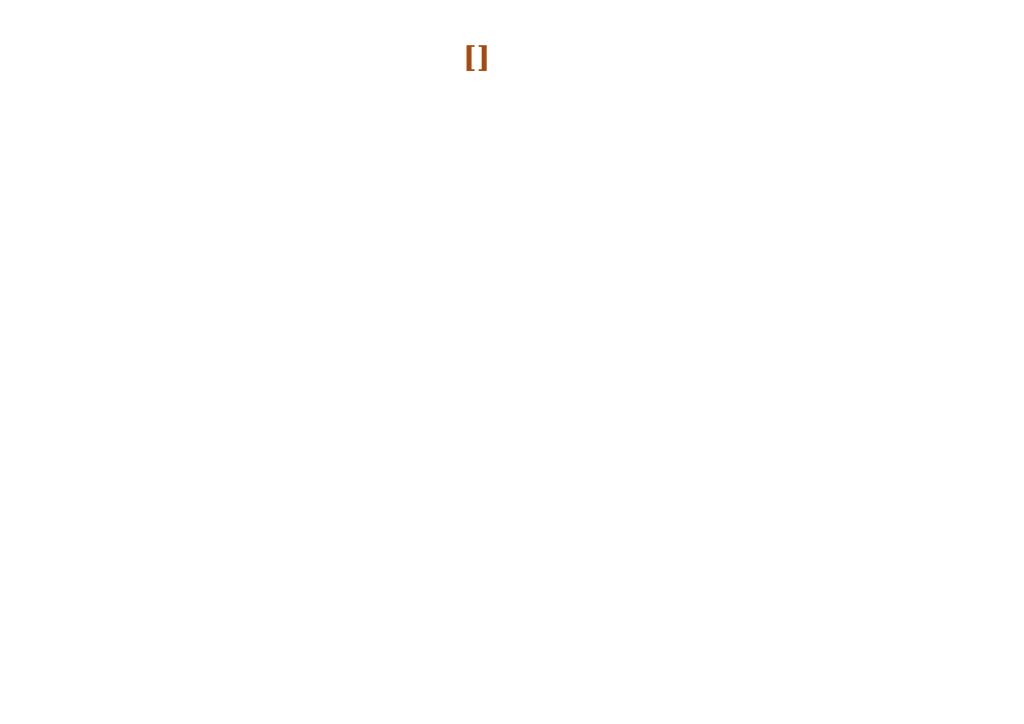
<source format=kicad_sch>
(kicad_sch
	(version 20231120)
	(generator "eeschema")
	(generator_version "8.0")
	(uuid "d4063037-d680-4ebe-ac9b-7e4b942fb02e")
	(paper "A4")
	(title_block
		(title "Cell_Sentinel")
		(date "2024-11-05")
		(rev "1.0.0")
	)
	(lib_symbols)
	(text "[${#}] ${SHEETNAME}"
		(exclude_from_sim no)
		(at 139.7 18.796 0)
		(effects
			(font
				(face "Times New Roman")
				(size 6 6)
				(thickness 1.6)
				(bold yes)
				(color 159 72 15 1)
			)
		)
		(uuid "262470dc-0811-44d6-9c6a-9d32467cf05d")
	)
)

</source>
